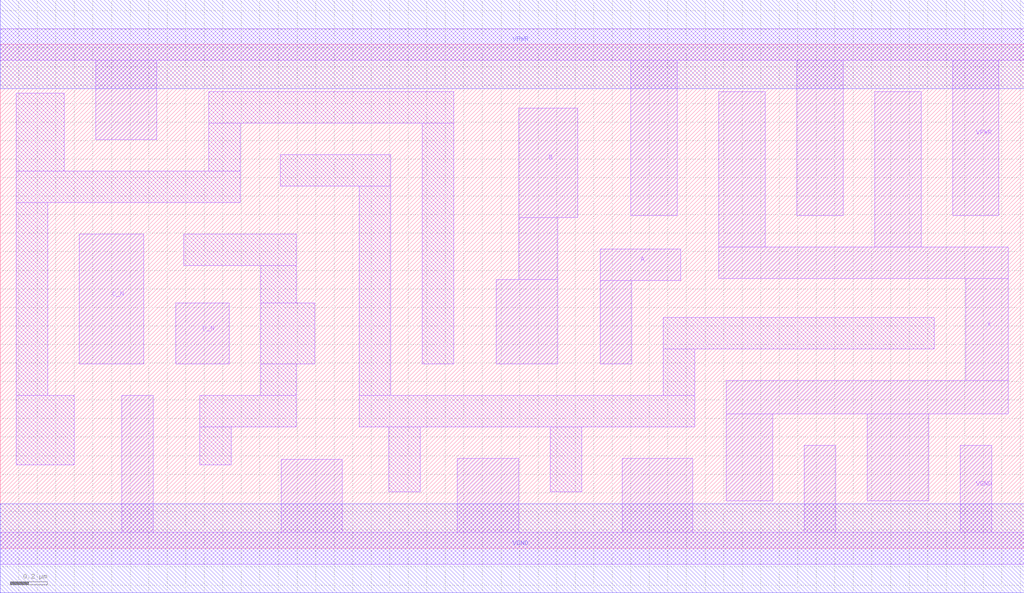
<source format=lef>
# Copyright 2020 The SkyWater PDK Authors
#
# Licensed under the Apache License, Version 2.0 (the "License");
# you may not use this file except in compliance with the License.
# You may obtain a copy of the License at
#
#     https://www.apache.org/licenses/LICENSE-2.0
#
# Unless required by applicable law or agreed to in writing, software
# distributed under the License is distributed on an "AS IS" BASIS,
# WITHOUT WARRANTIES OR CONDITIONS OF ANY KIND, either express or implied.
# See the License for the specific language governing permissions and
# limitations under the License.
#
# SPDX-License-Identifier: Apache-2.0

VERSION 5.5 ;
NAMESCASESENSITIVE ON ;
BUSBITCHARS "[]" ;
DIVIDERCHAR "/" ;
MACRO sky130_fd_sc_hd__or4bb_4
  CLASS CORE ;
  SOURCE USER ;
  ORIGIN  0.000000  0.000000 ;
  SIZE  5.520000 BY  2.720000 ;
  SYMMETRY X Y R90 ;
  SITE unithd ;
  PIN A
    ANTENNAGATEAREA  0.247500 ;
    DIRECTION INPUT ;
    USE SIGNAL ;
    PORT
      LAYER li1 ;
        RECT 3.235000 0.995000 3.405000 1.445000 ;
        RECT 3.235000 1.445000 3.670000 1.615000 ;
    END
  END A
  PIN B
    ANTENNAGATEAREA  0.247500 ;
    DIRECTION INPUT ;
    USE SIGNAL ;
    PORT
      LAYER li1 ;
        RECT 2.675000 0.995000 3.005000 1.450000 ;
        RECT 2.795000 1.450000 3.005000 1.785000 ;
        RECT 2.795000 1.785000 3.115000 2.375000 ;
    END
  END B
  PIN C_N
    ANTENNAGATEAREA  0.126000 ;
    DIRECTION INPUT ;
    USE SIGNAL ;
    PORT
      LAYER li1 ;
        RECT 0.425000 0.995000 0.775000 1.695000 ;
    END
  END C_N
  PIN D_N
    ANTENNAGATEAREA  0.126000 ;
    DIRECTION INPUT ;
    USE SIGNAL ;
    PORT
      LAYER li1 ;
        RECT 0.945000 0.995000 1.235000 1.325000 ;
    END
  END D_N
  PIN X
    ANTENNADIFFAREA  0.891000 ;
    DIRECTION OUTPUT ;
    USE SIGNAL ;
    PORT
      LAYER li1 ;
        RECT 3.875000 1.455000 5.435000 1.625000 ;
        RECT 3.875000 1.625000 4.125000 2.465000 ;
        RECT 3.915000 0.255000 4.165000 0.725000 ;
        RECT 3.915000 0.725000 5.435000 0.905000 ;
        RECT 4.675000 0.255000 5.005000 0.725000 ;
        RECT 4.715000 1.625000 4.965000 2.465000 ;
        RECT 5.205000 0.905000 5.435000 1.455000 ;
    END
  END X
  PIN VGND
    DIRECTION INOUT ;
    SHAPE ABUTMENT ;
    USE GROUND ;
    PORT
      LAYER li1 ;
        RECT 0.000000 -0.085000 5.520000 0.085000 ;
        RECT 0.655000  0.085000 0.825000 0.825000 ;
        RECT 1.515000  0.085000 1.845000 0.480000 ;
        RECT 2.465000  0.085000 2.795000 0.485000 ;
        RECT 3.355000  0.085000 3.735000 0.485000 ;
        RECT 4.335000  0.085000 4.505000 0.555000 ;
        RECT 5.175000  0.085000 5.345000 0.555000 ;
    END
    PORT
      LAYER met1 ;
        RECT 0.000000 -0.240000 5.520000 0.240000 ;
    END
  END VGND
  PIN VNB
    DIRECTION INOUT ;
    USE GROUND ;
    PORT
    END
  END VNB
  PIN VPB
    DIRECTION INOUT ;
    USE POWER ;
    PORT
    END
  END VPB
  PIN VPWR
    DIRECTION INOUT ;
    SHAPE ABUTMENT ;
    USE POWER ;
    PORT
      LAYER li1 ;
        RECT 0.000000 2.635000 5.520000 2.805000 ;
        RECT 0.515000 2.205000 0.845000 2.635000 ;
        RECT 3.400000 1.795000 3.650000 2.635000 ;
        RECT 4.295000 1.795000 4.545000 2.635000 ;
        RECT 5.135000 1.795000 5.385000 2.635000 ;
    END
    PORT
      LAYER met1 ;
        RECT 0.000000 2.480000 5.520000 2.960000 ;
    END
  END VPWR
  OBS
    LAYER li1 ;
      RECT 0.085000 0.450000 0.400000 0.825000 ;
      RECT 0.085000 0.825000 0.255000 1.865000 ;
      RECT 0.085000 1.865000 1.295000 2.035000 ;
      RECT 0.085000 2.035000 0.345000 2.455000 ;
      RECT 0.990000 1.525000 1.595000 1.695000 ;
      RECT 1.075000 0.450000 1.245000 0.655000 ;
      RECT 1.075000 0.655000 1.595000 0.825000 ;
      RECT 1.125000 2.035000 1.295000 2.295000 ;
      RECT 1.125000 2.295000 2.445000 2.465000 ;
      RECT 1.405000 0.825000 1.595000 0.995000 ;
      RECT 1.405000 0.995000 1.695000 1.325000 ;
      RECT 1.405000 1.325000 1.595000 1.525000 ;
      RECT 1.510000 1.955000 2.105000 2.125000 ;
      RECT 1.935000 0.655000 3.745000 0.825000 ;
      RECT 1.935000 0.825000 2.105000 1.955000 ;
      RECT 2.095000 0.305000 2.265000 0.655000 ;
      RECT 2.275000 0.995000 2.445000 2.295000 ;
      RECT 2.965000 0.305000 3.135000 0.655000 ;
      RECT 3.575000 0.825000 3.745000 1.075000 ;
      RECT 3.575000 1.075000 5.035000 1.245000 ;
  END
END sky130_fd_sc_hd__or4bb_4
END LIBRARY

</source>
